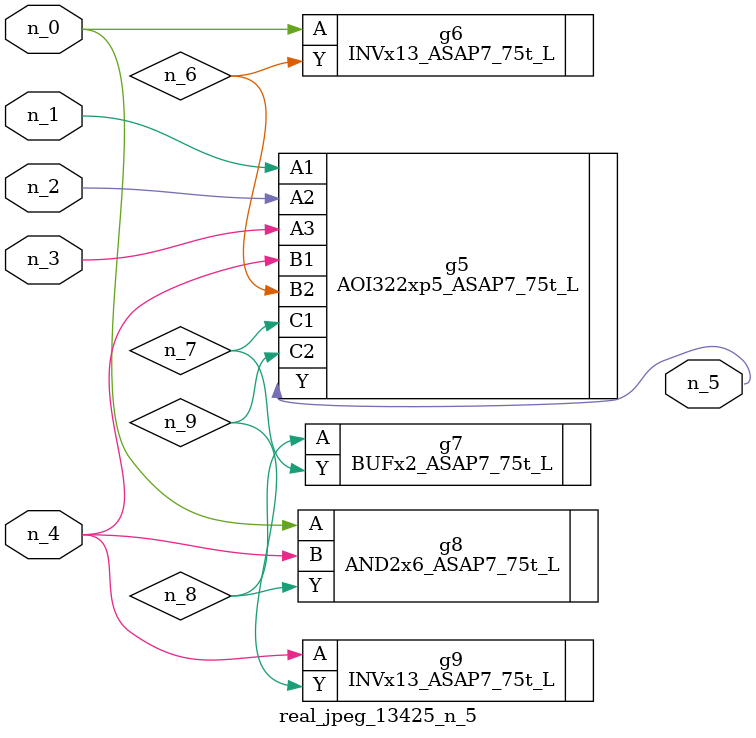
<source format=v>
module real_jpeg_13425_n_5 (n_4, n_0, n_1, n_2, n_3, n_5);

input n_4;
input n_0;
input n_1;
input n_2;
input n_3;

output n_5;

wire n_8;
wire n_6;
wire n_7;
wire n_9;

INVx13_ASAP7_75t_L g6 ( 
.A(n_0),
.Y(n_6)
);

AND2x6_ASAP7_75t_L g8 ( 
.A(n_0),
.B(n_4),
.Y(n_8)
);

AOI322xp5_ASAP7_75t_L g5 ( 
.A1(n_1),
.A2(n_2),
.A3(n_3),
.B1(n_4),
.B2(n_6),
.C1(n_7),
.C2(n_9),
.Y(n_5)
);

INVx13_ASAP7_75t_L g9 ( 
.A(n_4),
.Y(n_9)
);

BUFx2_ASAP7_75t_L g7 ( 
.A(n_8),
.Y(n_7)
);


endmodule
</source>
